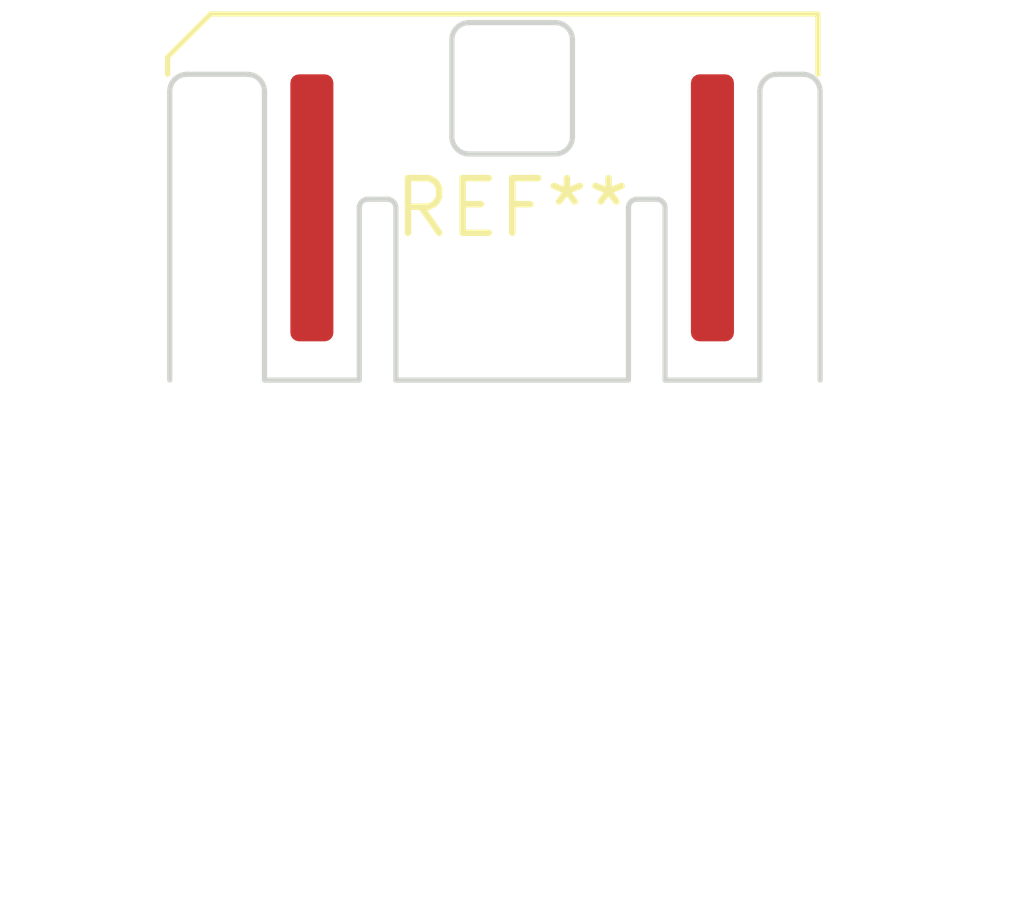
<source format=kicad_pcb>
(kicad_pcb (version 20240108) (generator pcbnew)
  (layers (0 "F.Cu" signal) (31 "B.Cu" signal) (34 "B.Paste" user) (35 "F.Paste" user) (36 "B.SilkS" user "B.Silkscreen") (37 "F.SilkS" user "F.Silkscreen") (38 "B.Mask" user) (39 "F.Mask" user) (44 "Edge.Cuts" user))
  (net 0 "")
  (footprint "molex_EDGELOCK_2-CKT" (layer "F.Cu") (at 0 0)
    (property "Reference" "REF**")
    (property "Value" "molex_EDGELOCK_2-CKT")
    (fp_line (start -8 -3.5) (end -7 -4.5) (layer "F.SilkS") (stroke (width 0.12)))
    (fp_line (start -8 -3.1) (end -8 -3.5) (layer "F.SilkS") (stroke (width 0.12)))
    (fp_line (start -7 -4.5) (end 7.1 -4.5) (layer "F.SilkS") (stroke (width 0.12)))
    (fp_line (start 7.1 -4.5) (end 7.1 -3.1) (layer "F.SilkS") (stroke (width 0.12)))
    (fp_line (start -7.95 4) (end -7.95 -2.7) (layer "Edge.Cuts") (stroke (width 0.12)))
    (fp_line (start -7.55 -3.1) (end -6.15 -3.1) (layer "Edge.Cuts") (stroke (width 0.12)))
    (fp_line (start -5.75 -2.7) (end -5.75 4) (layer "Edge.Cuts") (stroke (width 0.12)))
    (fp_line (start -5.75 4) (end -3.55 4) (layer "Edge.Cuts") (stroke (width 0.12)))
    (fp_line (start -3.55 4) (end -3.55 0) (layer "Edge.Cuts") (stroke (width 0.12)))
    (fp_line (start -3.35 -0.2) (end -2.9 -0.2) (layer "Edge.Cuts") (stroke (width 0.12)))
    (fp_line (start -2.7 0) (end -2.7 4) (layer "Edge.Cuts") (stroke (width 0.12)))
    (fp_line (start -2.7 4) (end 2.7 4) (layer "Edge.Cuts") (stroke (width 0.12)))
    (fp_line (start -1.4 -3.9) (end -1.4 -1.65) (layer "Edge.Cuts") (stroke (width 0.12)))
    (fp_line (start -1 -1.25) (end 1 -1.25) (layer "Edge.Cuts") (stroke (width 0.12)))
    (fp_line (start 1 -4.3) (end -1 -4.3) (layer "Edge.Cuts") (stroke (width 0.12)))
    (fp_line (start 1.4 -1.65) (end 1.4 -3.9) (layer "Edge.Cuts") (stroke (width 0.12)))
    (fp_line (start 2.7 4) (end 2.7 0) (layer "Edge.Cuts") (stroke (width 0.12)))
    (fp_line (start 2.9 -0.2) (end 3.35 -0.2) (layer "Edge.Cuts") (stroke (width 0.12)))
    (fp_line (start 3.55 0) (end 3.55 4) (layer "Edge.Cuts") (stroke (width 0.12)))
    (fp_line (start 3.55 4) (end 5.75 4) (layer "Edge.Cuts") (stroke (width 0.12)))
    (fp_line (start 5.75 4) (end 5.75 -2.7) (layer "Edge.Cuts") (stroke (width 0.12)))
    (fp_line (start 6.15 -3.1) (end 6.75 -3.1) (layer "Edge.Cuts") (stroke (width 0.12)))
    (fp_line (start 7.15 -2.7) (end 7.15 4) (layer "Edge.Cuts") (stroke (width 0.12)))
    (fp_arc (start -7.95 -2.7) (mid -7.832843 -2.982843) (end -7.55 -3.1) (layer "Edge.Cuts") (stroke (width 0.12)))
    (fp_arc (start -6.15 -3.1) (mid -5.867157 -2.982843) (end -5.75 -2.7) (layer "Edge.Cuts") (stroke (width 0.12)))
    (fp_arc (start -3.55 0) (mid -3.491421 -0.141421) (end -3.35 -0.2) (layer "Edge.Cuts") (stroke (width 0.12)))
    (fp_arc (start -2.9 -0.2) (mid -2.758579 -0.141421) (end -2.7 0) (layer "Edge.Cuts") (stroke (width 0.12)))
    (fp_arc (start -1.4 -3.9) (mid -1.282843 -4.182843) (end -1 -4.3) (layer "Edge.Cuts") (stroke (width 0.12)))
    (fp_arc (start -1 -1.25) (mid -1.282843 -1.367157) (end -1.4 -1.65) (layer "Edge.Cuts") (stroke (width 0.12)))
    (fp_arc (start 1 -4.3) (mid 1.282843 -4.182843) (end 1.4 -3.9) (layer "Edge.Cuts") (stroke (width 0.12)))
    (fp_arc (start 1.4 -1.65) (mid 1.282843 -1.367157) (end 1 -1.25) (layer "Edge.Cuts") (stroke (width 0.12)))
    (fp_arc (start 2.7 0) (mid 2.758579 -0.141421) (end 2.9 -0.2) (layer "Edge.Cuts") (stroke (width 0.12)))
    (fp_arc (start 3.35 -0.2) (mid 3.491421 -0.141421) (end 3.55 0) (layer "Edge.Cuts") (stroke (width 0.12)))
    (fp_arc (start 5.75 -2.7) (mid 5.867157 -2.982843) (end 6.15 -3.1) (layer "Edge.Cuts") (stroke (width 0.12)))
    (fp_arc (start 6.75 -3.1) (mid 7.032843 -2.982843) (end 7.15 -2.7) (layer "Edge.Cuts") (stroke (width 0.12)))
    (pad "1" connect roundrect (at -4.65 0) (size 1 6.2) (layers "F.Cu" "F.Mask") (roundrect_rratio 0.2))
    (pad "2" connect roundrect (at 4.65 0) (size 1 6.2) (layers "F.Cu" "F.Mask") (roundrect_rratio 0.2))
  )
)
</source>
